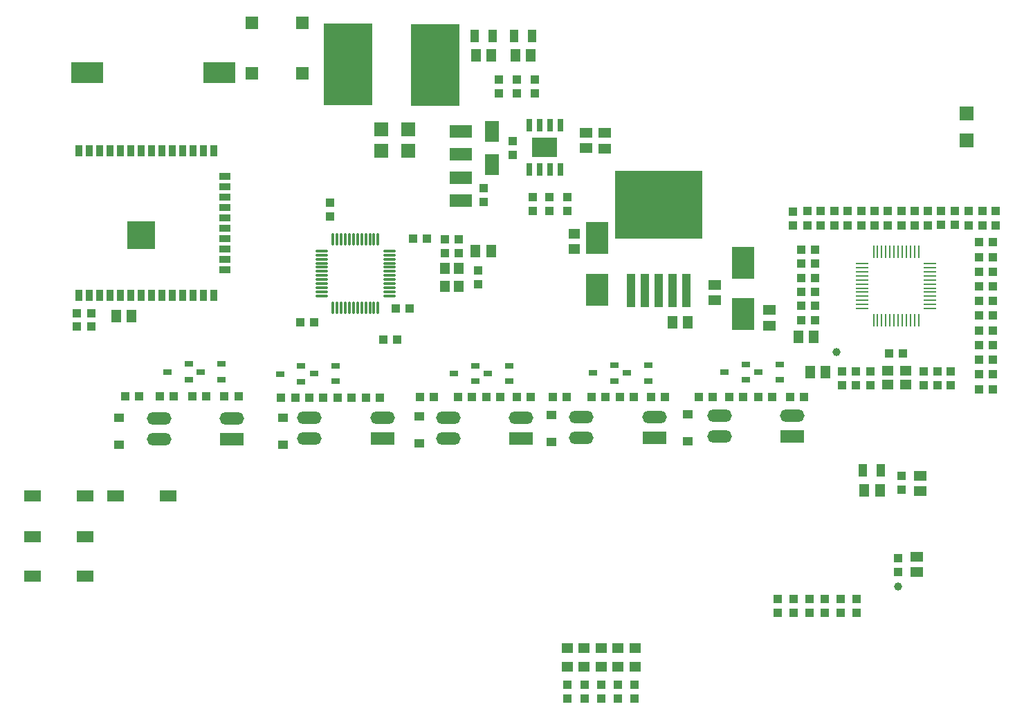
<source format=gtp>
G04*
G04 #@! TF.GenerationSoftware,Altium Limited,Altium Designer,20.2.6 (244)*
G04*
G04 Layer_Color=8421504*
%FSLAX24Y24*%
%MOIN*%
G70*
G04*
G04 #@! TF.SameCoordinates,6B0B31F8-34BC-4807-AF79-D9433D138100*
G04*
G04*
G04 #@! TF.FilePolarity,Positive*
G04*
G01*
G75*
%ADD26R,0.0787X0.0551*%
%ADD27R,0.1181X0.0591*%
%ADD28O,0.1181X0.0591*%
%ADD29R,0.0394X0.0433*%
%ADD30R,0.0550X0.0500*%
%ADD31R,0.0669X0.0669*%
%ADD32C,0.0394*%
%ADD33R,0.0512X0.0591*%
%ADD34R,0.0433X0.0394*%
%ADD35R,0.0472X0.0394*%
%ADD36R,0.0669X0.0669*%
%ADD37R,0.2362X0.3937*%
%ADD38R,0.0591X0.0512*%
%ADD39R,0.0339X0.0571*%
%ADD40R,0.0571X0.0339*%
%ADD41R,0.1378X0.1378*%
%ADD42R,0.0433X0.0276*%
%ADD43R,0.1575X0.1024*%
%ADD44R,0.0591X0.0591*%
%ADD45R,0.0591X0.0591*%
G04:AMPARAMS|DCode=46|XSize=61mil|YSize=10.6mil|CornerRadius=2.8mil|HoleSize=0mil|Usage=FLASHONLY|Rotation=0.000|XOffset=0mil|YOffset=0mil|HoleType=Round|Shape=RoundedRectangle|*
%AMROUNDEDRECTD46*
21,1,0.0610,0.0051,0,0,0.0*
21,1,0.0555,0.0106,0,0,0.0*
1,1,0.0055,0.0277,-0.0026*
1,1,0.0055,-0.0277,-0.0026*
1,1,0.0055,-0.0277,0.0026*
1,1,0.0055,0.0277,0.0026*
%
%ADD46ROUNDEDRECTD46*%
G04:AMPARAMS|DCode=47|XSize=61mil|YSize=10.6mil|CornerRadius=2.8mil|HoleSize=0mil|Usage=FLASHONLY|Rotation=90.000|XOffset=0mil|YOffset=0mil|HoleType=Round|Shape=RoundedRectangle|*
%AMROUNDEDRECTD47*
21,1,0.0610,0.0051,0,0,90.0*
21,1,0.0555,0.0106,0,0,90.0*
1,1,0.0055,0.0026,0.0277*
1,1,0.0055,0.0026,-0.0277*
1,1,0.0055,-0.0026,-0.0277*
1,1,0.0055,-0.0026,0.0277*
%
%ADD47ROUNDEDRECTD47*%
%ADD48R,0.0669X0.0984*%
%ADD49R,0.0433X0.0591*%
%ADD50R,0.1220X0.0945*%
%ADD51R,0.0276X0.0630*%
%ADD52R,0.0410X0.1590*%
%ADD53R,0.4230X0.3270*%
%ADD54R,0.0551X0.0472*%
%ADD55R,0.1102X0.1575*%
%ADD56R,0.0614X0.0110*%
%ADD57R,0.0110X0.0614*%
%ADD58R,0.0551X0.0472*%
%ADD59R,0.0472X0.0551*%
%ADD60R,0.1063X0.0630*%
D26*
X3200Y6530D02*
D03*
X680D02*
D03*
X670Y8430D02*
D03*
X3190D02*
D03*
Y10400D02*
D03*
X670D02*
D03*
X4670Y10380D02*
D03*
X7190D02*
D03*
D27*
X37276Y13240D02*
D03*
X10276Y13120D02*
D03*
X17526Y13140D02*
D03*
X24216Y13160D02*
D03*
X30625Y13191D02*
D03*
D28*
X33764Y14240D02*
D03*
Y13240D02*
D03*
X37276Y14240D02*
D03*
X10276Y14120D02*
D03*
X6764Y13120D02*
D03*
Y14120D02*
D03*
X17526Y14140D02*
D03*
X14014Y13140D02*
D03*
Y14140D02*
D03*
X24216Y14160D02*
D03*
X20704Y13160D02*
D03*
Y14160D02*
D03*
X30625Y14191D02*
D03*
X27113Y13191D02*
D03*
Y14191D02*
D03*
D29*
X27254Y1299D02*
D03*
Y630D02*
D03*
X28058Y1299D02*
D03*
Y630D02*
D03*
X28863Y630D02*
D03*
Y1299D02*
D03*
X29667D02*
D03*
Y630D02*
D03*
X26450D02*
D03*
Y1299D02*
D03*
X38850Y4755D02*
D03*
Y5425D02*
D03*
X37339Y4765D02*
D03*
Y5435D02*
D03*
X40360Y4765D02*
D03*
Y5435D02*
D03*
X38094D02*
D03*
Y4765D02*
D03*
X36584Y5435D02*
D03*
Y4765D02*
D03*
X39605Y5435D02*
D03*
Y4765D02*
D03*
X39661Y15720D02*
D03*
Y16389D02*
D03*
X40324Y15720D02*
D03*
Y16389D02*
D03*
X22410Y25235D02*
D03*
Y24565D02*
D03*
X24010Y30449D02*
D03*
Y29780D02*
D03*
X24870Y30449D02*
D03*
Y29780D02*
D03*
X26420Y24785D02*
D03*
Y24115D02*
D03*
X40590Y24105D02*
D03*
Y23435D02*
D03*
X42380Y6705D02*
D03*
Y7375D02*
D03*
X42530Y11360D02*
D03*
Y10691D02*
D03*
X43617Y16389D02*
D03*
Y15720D02*
D03*
X14990Y23845D02*
D03*
Y24515D02*
D03*
X23810Y26821D02*
D03*
Y27490D02*
D03*
X24760Y24795D02*
D03*
Y24125D02*
D03*
X25560D02*
D03*
Y24795D02*
D03*
X37290Y23430D02*
D03*
Y24099D02*
D03*
X37990Y23435D02*
D03*
Y24105D02*
D03*
X38639D02*
D03*
Y23435D02*
D03*
X39287D02*
D03*
Y24105D02*
D03*
X39936Y23435D02*
D03*
Y24105D02*
D03*
X41020Y15725D02*
D03*
Y16395D02*
D03*
X42520Y23435D02*
D03*
Y24105D02*
D03*
X41880Y23435D02*
D03*
Y24105D02*
D03*
X41230D02*
D03*
Y23435D02*
D03*
X44451Y24110D02*
D03*
Y23441D02*
D03*
X45100D02*
D03*
Y24110D02*
D03*
X43166Y24105D02*
D03*
Y23435D02*
D03*
X43814D02*
D03*
Y24105D02*
D03*
X45773Y23435D02*
D03*
Y24105D02*
D03*
X46421D02*
D03*
Y23435D02*
D03*
X47070D02*
D03*
Y24105D02*
D03*
X22120Y20585D02*
D03*
Y21255D02*
D03*
X23150Y29780D02*
D03*
Y30449D02*
D03*
X44267Y15720D02*
D03*
Y16389D02*
D03*
X44917Y15720D02*
D03*
Y16389D02*
D03*
D30*
X26420Y2140D02*
D03*
Y3040D02*
D03*
X27240Y2140D02*
D03*
Y3040D02*
D03*
X28060Y2140D02*
D03*
Y3040D02*
D03*
X28880D02*
D03*
Y2140D02*
D03*
X29700Y3040D02*
D03*
Y2140D02*
D03*
D31*
X45664Y27505D02*
D03*
Y28805D02*
D03*
D32*
X39410Y17320D02*
D03*
X42380Y6030D02*
D03*
D33*
X22754Y22180D02*
D03*
X22006D02*
D03*
X22784Y31630D02*
D03*
X22036D02*
D03*
X23926D02*
D03*
X24674D02*
D03*
X37566Y18070D02*
D03*
X38314D02*
D03*
X5434Y19060D02*
D03*
X4686D02*
D03*
X32238Y18750D02*
D03*
X31490D02*
D03*
X38874Y16340D02*
D03*
X38126D02*
D03*
X40746Y10670D02*
D03*
X41494D02*
D03*
D34*
X37835Y15150D02*
D03*
X37165D02*
D03*
X31125Y15170D02*
D03*
X30455D02*
D03*
X28270Y15150D02*
D03*
X27600D02*
D03*
X29630D02*
D03*
X28960D02*
D03*
X21195Y22770D02*
D03*
X20525D02*
D03*
X18235Y17910D02*
D03*
X17565D02*
D03*
X37685Y19538D02*
D03*
X38355D02*
D03*
X37685Y20216D02*
D03*
X38355D02*
D03*
X46259Y19071D02*
D03*
X46928D02*
D03*
X20525Y22090D02*
D03*
X21195D02*
D03*
X14235Y18750D02*
D03*
X13565D02*
D03*
X19655Y22780D02*
D03*
X18985D02*
D03*
X18170Y19430D02*
D03*
X18839D02*
D03*
X2815Y18550D02*
D03*
X3485D02*
D03*
X2815Y19200D02*
D03*
X3485D02*
D03*
X5795Y15180D02*
D03*
X5125D02*
D03*
X6795D02*
D03*
X7465D02*
D03*
X8355D02*
D03*
X9025D02*
D03*
X9915D02*
D03*
X10585D02*
D03*
X14007Y15110D02*
D03*
X14676D02*
D03*
X13320D02*
D03*
X12651D02*
D03*
X15364D02*
D03*
X16033D02*
D03*
X16720D02*
D03*
X17389D02*
D03*
X20015Y15140D02*
D03*
X19345D02*
D03*
X21180D02*
D03*
X21850D02*
D03*
X22540D02*
D03*
X23210D02*
D03*
X24005D02*
D03*
X24675D02*
D03*
X26405Y15160D02*
D03*
X25735D02*
D03*
X33445D02*
D03*
X32775D02*
D03*
X34240Y15170D02*
D03*
X34910D02*
D03*
X35620D02*
D03*
X36290D02*
D03*
X38355Y18860D02*
D03*
X37685D02*
D03*
X38355Y20894D02*
D03*
X37685D02*
D03*
X38355Y22250D02*
D03*
X37685D02*
D03*
X38355Y21572D02*
D03*
X37685D02*
D03*
X42615Y17250D02*
D03*
X41945D02*
D03*
X46928Y16238D02*
D03*
X46259D02*
D03*
X46928Y16946D02*
D03*
X46259D02*
D03*
Y17654D02*
D03*
X46928D02*
D03*
Y18362D02*
D03*
X46259D02*
D03*
X46928Y19779D02*
D03*
X46259D02*
D03*
Y20487D02*
D03*
X46928D02*
D03*
X46259Y21195D02*
D03*
X46928D02*
D03*
X46259Y22611D02*
D03*
X46928D02*
D03*
X46259Y15530D02*
D03*
X46928D02*
D03*
X46259Y21903D02*
D03*
X46928D02*
D03*
D35*
X25680Y12990D02*
D03*
Y14290D02*
D03*
X4850Y12840D02*
D03*
Y14140D02*
D03*
X12750D02*
D03*
Y12840D02*
D03*
X19290Y14230D02*
D03*
Y12930D02*
D03*
X32240Y14330D02*
D03*
Y13030D02*
D03*
D36*
X18759Y27020D02*
D03*
X17460D02*
D03*
X18759Y28050D02*
D03*
X17460D02*
D03*
D37*
X15880Y31190D02*
D03*
X20053Y31151D02*
D03*
D38*
X27330Y27146D02*
D03*
Y27894D02*
D03*
X36160Y19350D02*
D03*
Y18602D02*
D03*
X43260Y7464D02*
D03*
Y6716D02*
D03*
X43420Y10606D02*
D03*
Y11354D02*
D03*
X33530Y20554D02*
D03*
Y19806D02*
D03*
X28250Y27884D02*
D03*
Y27136D02*
D03*
D39*
X9410Y20057D02*
D03*
X8910D02*
D03*
X8410D02*
D03*
X7910D02*
D03*
X7410D02*
D03*
X6910D02*
D03*
X6410D02*
D03*
X5910D02*
D03*
X5410D02*
D03*
X4910D02*
D03*
X4410D02*
D03*
X3410D02*
D03*
X2910D02*
D03*
X9410Y27010D02*
D03*
X8910D02*
D03*
X8410D02*
D03*
X7910D02*
D03*
X7410D02*
D03*
X6910D02*
D03*
X6410D02*
D03*
X5910D02*
D03*
X5410D02*
D03*
X4910D02*
D03*
X4410D02*
D03*
X3910D02*
D03*
X3410D02*
D03*
X2910D02*
D03*
X3910Y20057D02*
D03*
D40*
X9934Y23784D02*
D03*
Y24284D02*
D03*
Y24784D02*
D03*
Y25284D02*
D03*
Y25784D02*
D03*
Y23284D02*
D03*
Y22784D02*
D03*
Y22284D02*
D03*
Y21784D02*
D03*
Y21284D02*
D03*
D41*
X5918Y22959D02*
D03*
D42*
X7176Y16366D02*
D03*
X8200Y16740D02*
D03*
Y15992D02*
D03*
X8758Y16370D02*
D03*
X9782Y16744D02*
D03*
Y15996D02*
D03*
X12588Y16270D02*
D03*
X13612Y16644D02*
D03*
Y15896D02*
D03*
X14238Y16280D02*
D03*
X15262Y16654D02*
D03*
Y15906D02*
D03*
X20966Y16296D02*
D03*
X21990Y16670D02*
D03*
Y15922D02*
D03*
X22596Y16296D02*
D03*
X23620Y16670D02*
D03*
Y15922D02*
D03*
X27676Y16306D02*
D03*
X28700Y16680D02*
D03*
Y15932D02*
D03*
X29308Y16310D02*
D03*
X30332Y16684D02*
D03*
Y15936D02*
D03*
X34006Y16346D02*
D03*
X35030Y16720D02*
D03*
Y15972D02*
D03*
X35630Y16350D02*
D03*
X36654Y16724D02*
D03*
Y15976D02*
D03*
D43*
X9681Y30790D02*
D03*
X3303D02*
D03*
D44*
X13670Y30740D02*
D03*
X11230D02*
D03*
D45*
Y33180D02*
D03*
X13670D02*
D03*
D46*
X17874Y20027D02*
D03*
Y20224D02*
D03*
Y20421D02*
D03*
Y20618D02*
D03*
Y20815D02*
D03*
Y21012D02*
D03*
Y21208D02*
D03*
Y21405D02*
D03*
Y21602D02*
D03*
Y21799D02*
D03*
Y21996D02*
D03*
Y22193D02*
D03*
X14586D02*
D03*
Y21996D02*
D03*
Y21799D02*
D03*
Y21602D02*
D03*
Y21405D02*
D03*
Y21208D02*
D03*
Y21012D02*
D03*
Y20815D02*
D03*
Y20618D02*
D03*
Y20421D02*
D03*
Y20224D02*
D03*
Y20027D02*
D03*
D47*
X17313Y22754D02*
D03*
X17116D02*
D03*
X16919D02*
D03*
X16722D02*
D03*
X16525D02*
D03*
X16328D02*
D03*
X16132D02*
D03*
X15935D02*
D03*
X15738D02*
D03*
X15541D02*
D03*
X15344D02*
D03*
X15147D02*
D03*
Y19466D02*
D03*
X15344D02*
D03*
X15541D02*
D03*
X15738D02*
D03*
X15935D02*
D03*
X16132D02*
D03*
X16328D02*
D03*
X16525D02*
D03*
X16722D02*
D03*
X16919D02*
D03*
X17116D02*
D03*
X17313D02*
D03*
D48*
X22800Y26360D02*
D03*
Y27960D02*
D03*
D49*
X23874Y32550D02*
D03*
X24740D02*
D03*
X22840Y32540D02*
D03*
X21974D02*
D03*
X40667Y11610D02*
D03*
X41533D02*
D03*
D50*
X25340Y27180D02*
D03*
D51*
X24590Y26117D02*
D03*
X25090D02*
D03*
X25590D02*
D03*
X26090D02*
D03*
X24590Y28243D02*
D03*
X26090D02*
D03*
X25590D02*
D03*
X25090D02*
D03*
D52*
X29490Y20292D02*
D03*
X30160D02*
D03*
X30830D02*
D03*
X31500D02*
D03*
X32170D02*
D03*
D53*
X30830Y24407D02*
D03*
D54*
X26769Y23032D02*
D03*
Y22284D02*
D03*
D55*
X34890Y21620D02*
D03*
Y19140D02*
D03*
X27870Y20330D02*
D03*
Y22810D02*
D03*
D56*
X43916Y21583D02*
D03*
Y21386D02*
D03*
Y21189D02*
D03*
Y20992D02*
D03*
Y20795D02*
D03*
Y20598D02*
D03*
Y20402D02*
D03*
Y20205D02*
D03*
Y20008D02*
D03*
Y19811D02*
D03*
Y19614D02*
D03*
Y19417D02*
D03*
X40624D02*
D03*
Y19614D02*
D03*
Y19811D02*
D03*
Y20008D02*
D03*
Y20205D02*
D03*
Y20402D02*
D03*
Y20598D02*
D03*
Y20795D02*
D03*
Y20992D02*
D03*
Y21189D02*
D03*
Y21386D02*
D03*
Y21583D02*
D03*
D57*
X43353Y18854D02*
D03*
X43156D02*
D03*
X42959D02*
D03*
X42762D02*
D03*
X42565D02*
D03*
X42368D02*
D03*
X42172D02*
D03*
X41975D02*
D03*
X41778D02*
D03*
X41581D02*
D03*
X41384D02*
D03*
X41187D02*
D03*
Y22146D02*
D03*
X41384D02*
D03*
X41581D02*
D03*
X41778D02*
D03*
X41975D02*
D03*
X42172D02*
D03*
X42368D02*
D03*
X42565D02*
D03*
X42762D02*
D03*
X42959D02*
D03*
X43156D02*
D03*
X43353D02*
D03*
D58*
X41874Y16429D02*
D03*
Y15760D02*
D03*
X42740D02*
D03*
Y16429D02*
D03*
D59*
X21215Y21353D02*
D03*
X20545D02*
D03*
Y20487D02*
D03*
X21215D02*
D03*
D60*
X21310Y26859D02*
D03*
Y27961D02*
D03*
X21300Y25731D02*
D03*
Y24629D02*
D03*
M02*

</source>
